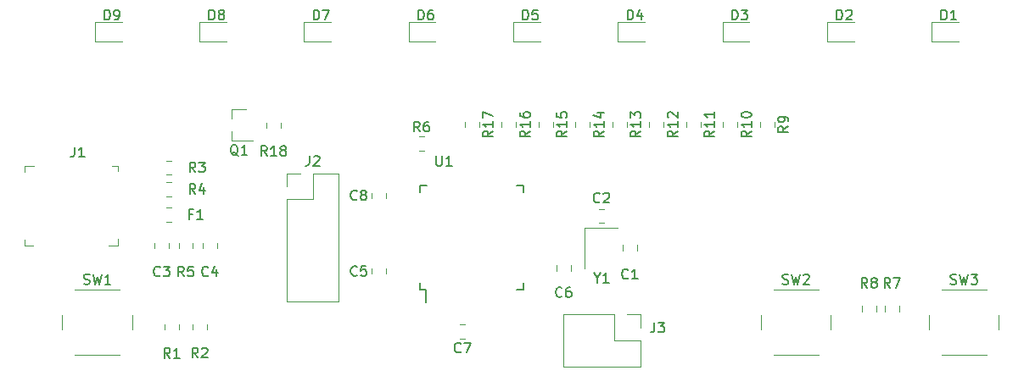
<source format=gbr>
G04 #@! TF.GenerationSoftware,KiCad,Pcbnew,(5.1.2)-2*
G04 #@! TF.CreationDate,2020-08-30T00:43:24-04:00*
G04 #@! TF.ProjectId,Scanner1,5363616e-6e65-4723-912e-6b696361645f,rev?*
G04 #@! TF.SameCoordinates,Original*
G04 #@! TF.FileFunction,Legend,Top*
G04 #@! TF.FilePolarity,Positive*
%FSLAX46Y46*%
G04 Gerber Fmt 4.6, Leading zero omitted, Abs format (unit mm)*
G04 Created by KiCad (PCBNEW (5.1.2)-2) date 2020-08-30 00:43:24*
%MOMM*%
%LPD*%
G04 APERTURE LIST*
%ADD10C,0.150000*%
%ADD11C,0.120000*%
%ADD12C,0.100000*%
G04 APERTURE END LIST*
D10*
X168053000Y-87339000D02*
X168628000Y-87339000D01*
X168053000Y-76989000D02*
X168728000Y-76989000D01*
X178403000Y-76989000D02*
X177728000Y-76989000D01*
X178403000Y-87339000D02*
X177728000Y-87339000D01*
X168053000Y-87339000D02*
X168053000Y-86664000D01*
X178403000Y-87339000D02*
X178403000Y-86664000D01*
X178403000Y-76989000D02*
X178403000Y-77664000D01*
X168053000Y-76989000D02*
X168053000Y-77664000D01*
X168628000Y-87339000D02*
X168628000Y-88614000D01*
D11*
X188266000Y-82926422D02*
X188266000Y-83443578D01*
X189686000Y-82926422D02*
X189686000Y-83443578D01*
X186401578Y-80720000D02*
X185884422Y-80720000D01*
X186401578Y-79300000D02*
X185884422Y-79300000D01*
X141562000Y-82750922D02*
X141562000Y-83268078D01*
X142982000Y-82750922D02*
X142982000Y-83268078D01*
X147776000Y-82750922D02*
X147776000Y-83268078D01*
X146356000Y-82750922D02*
X146356000Y-83268078D01*
X163247000Y-85290922D02*
X163247000Y-85808078D01*
X164667000Y-85290922D02*
X164667000Y-85808078D01*
X183082000Y-85475578D02*
X183082000Y-84958422D01*
X181662000Y-85475578D02*
X181662000Y-84958422D01*
X172549078Y-92277000D02*
X172031922Y-92277000D01*
X172549078Y-90857000D02*
X172031922Y-90857000D01*
X164667000Y-77719422D02*
X164667000Y-78236578D01*
X163247000Y-77719422D02*
X163247000Y-78236578D01*
X219119500Y-62555000D02*
X221804500Y-62555000D01*
X219119500Y-60635000D02*
X219119500Y-62555000D01*
X221804500Y-60635000D02*
X219119500Y-60635000D01*
X211364809Y-60635000D02*
X208679809Y-60635000D01*
X208679809Y-60635000D02*
X208679809Y-62555000D01*
X208679809Y-62555000D02*
X211364809Y-62555000D01*
X198240122Y-62555000D02*
X200925122Y-62555000D01*
X198240122Y-60635000D02*
X198240122Y-62555000D01*
X200925122Y-60635000D02*
X198240122Y-60635000D01*
X190485435Y-60635000D02*
X187800435Y-60635000D01*
X187800435Y-60635000D02*
X187800435Y-62555000D01*
X187800435Y-62555000D02*
X190485435Y-62555000D01*
X177360748Y-62555000D02*
X180045748Y-62555000D01*
X177360748Y-60635000D02*
X177360748Y-62555000D01*
X180045748Y-60635000D02*
X177360748Y-60635000D01*
X169606061Y-60635000D02*
X166921061Y-60635000D01*
X166921061Y-60635000D02*
X166921061Y-62555000D01*
X166921061Y-62555000D02*
X169606061Y-62555000D01*
X159166374Y-60635000D02*
X156481374Y-60635000D01*
X156481374Y-60635000D02*
X156481374Y-62555000D01*
X156481374Y-62555000D02*
X159166374Y-62555000D01*
X148726687Y-60635000D02*
X146041687Y-60635000D01*
X146041687Y-60635000D02*
X146041687Y-62555000D01*
X146041687Y-62555000D02*
X148726687Y-62555000D01*
X135602000Y-62555000D02*
X138287000Y-62555000D01*
X135602000Y-60635000D02*
X135602000Y-62555000D01*
X138287000Y-60635000D02*
X135602000Y-60635000D01*
X143260578Y-80593000D02*
X142743422Y-80593000D01*
X143260578Y-79173000D02*
X142743422Y-79173000D01*
D12*
X137866000Y-82969000D02*
X137841000Y-82969000D01*
X137866000Y-82319000D02*
X137866000Y-82969000D01*
X136991000Y-82969000D02*
X137841000Y-82969000D01*
X129466000Y-82969000D02*
X128616000Y-82969000D01*
X128616000Y-82969000D02*
X128616000Y-82344000D01*
X129541000Y-75019000D02*
X128616000Y-75019000D01*
X128616000Y-75019000D02*
X128616000Y-75644000D01*
X137291000Y-75019000D02*
X137866000Y-75019000D01*
X137866000Y-75019000D02*
X137866000Y-75494000D01*
D11*
X154753000Y-88579000D02*
X159953000Y-88579000D01*
X154753000Y-78359000D02*
X154753000Y-88579000D01*
X159953000Y-75759000D02*
X159953000Y-88579000D01*
X154753000Y-78359000D02*
X157353000Y-78359000D01*
X157353000Y-78359000D02*
X157353000Y-75759000D01*
X157353000Y-75759000D02*
X159953000Y-75759000D01*
X154753000Y-77089000D02*
X154753000Y-75759000D01*
X154753000Y-75759000D02*
X156083000Y-75759000D01*
X182312000Y-89856000D02*
X182312000Y-95056000D01*
X187452000Y-89856000D02*
X182312000Y-89856000D01*
X190052000Y-95056000D02*
X182312000Y-95056000D01*
X187452000Y-89856000D02*
X187452000Y-92456000D01*
X187452000Y-92456000D02*
X190052000Y-92456000D01*
X190052000Y-92456000D02*
X190052000Y-95056000D01*
X188722000Y-89856000D02*
X190052000Y-89856000D01*
X190052000Y-89856000D02*
X190052000Y-91186000D01*
X149227000Y-69356000D02*
X149227000Y-70286000D01*
X149227000Y-72516000D02*
X149227000Y-71586000D01*
X149227000Y-72516000D02*
X151387000Y-72516000D01*
X149227000Y-69356000D02*
X150687000Y-69356000D01*
X142546000Y-90878922D02*
X142546000Y-91396078D01*
X143966000Y-90878922D02*
X143966000Y-91396078D01*
X145340000Y-90878922D02*
X145340000Y-91396078D01*
X146760000Y-90878922D02*
X146760000Y-91396078D01*
X143260578Y-74484000D02*
X142743422Y-74484000D01*
X143260578Y-75904000D02*
X142743422Y-75904000D01*
X143260578Y-78053000D02*
X142743422Y-78053000D01*
X143260578Y-76633000D02*
X142743422Y-76633000D01*
X145379000Y-82750922D02*
X145379000Y-83268078D01*
X143959000Y-82750922D02*
X143959000Y-83268078D01*
X167949422Y-72061000D02*
X168466578Y-72061000D01*
X167949422Y-73481000D02*
X168466578Y-73481000D01*
X215848000Y-89539578D02*
X215848000Y-89022422D01*
X214428000Y-89539578D02*
X214428000Y-89022422D01*
X213562000Y-89539578D02*
X213562000Y-89022422D01*
X212142000Y-89539578D02*
X212142000Y-89022422D01*
X203402000Y-70607422D02*
X203402000Y-71124578D01*
X201982000Y-70607422D02*
X201982000Y-71124578D01*
X199719000Y-70607422D02*
X199719000Y-71124578D01*
X198299000Y-70607422D02*
X198299000Y-71124578D01*
X194616000Y-70607422D02*
X194616000Y-71124578D01*
X196036000Y-70607422D02*
X196036000Y-71124578D01*
X190933000Y-70607422D02*
X190933000Y-71124578D01*
X192353000Y-70607422D02*
X192353000Y-71124578D01*
X187250000Y-70607422D02*
X187250000Y-71124578D01*
X188670000Y-70607422D02*
X188670000Y-71124578D01*
X184987000Y-70607422D02*
X184987000Y-71124578D01*
X183567000Y-70607422D02*
X183567000Y-71124578D01*
X181304000Y-70607422D02*
X181304000Y-71124578D01*
X179884000Y-70607422D02*
X179884000Y-71124578D01*
X176201000Y-70607422D02*
X176201000Y-71124578D01*
X177621000Y-70607422D02*
X177621000Y-71124578D01*
X173938000Y-70607422D02*
X173938000Y-71124578D01*
X172518000Y-70607422D02*
X172518000Y-71124578D01*
X152706000Y-71194578D02*
X152706000Y-70677422D01*
X154126000Y-71194578D02*
X154126000Y-70677422D01*
X133588000Y-93892000D02*
X138088000Y-93892000D01*
X132338000Y-89892000D02*
X132338000Y-91392000D01*
X138088000Y-87392000D02*
X133588000Y-87392000D01*
X139338000Y-91392000D02*
X139338000Y-89892000D01*
X209061000Y-91392000D02*
X209061000Y-89892000D01*
X207811000Y-87392000D02*
X203311000Y-87392000D01*
X202061000Y-89892000D02*
X202061000Y-91392000D01*
X203311000Y-93892000D02*
X207811000Y-93892000D01*
X220075000Y-93892000D02*
X224575000Y-93892000D01*
X218825000Y-89892000D02*
X218825000Y-91392000D01*
X224575000Y-87392000D02*
X220075000Y-87392000D01*
X225825000Y-91392000D02*
X225825000Y-89892000D01*
X187793000Y-81228000D02*
X184493000Y-81228000D01*
X184493000Y-81228000D02*
X184493000Y-85228000D01*
D10*
X169672095Y-74001380D02*
X169672095Y-74810904D01*
X169719714Y-74906142D01*
X169767333Y-74953761D01*
X169862571Y-75001380D01*
X170053047Y-75001380D01*
X170148285Y-74953761D01*
X170195904Y-74906142D01*
X170243523Y-74810904D01*
X170243523Y-74001380D01*
X171243523Y-75001380D02*
X170672095Y-75001380D01*
X170957809Y-75001380D02*
X170957809Y-74001380D01*
X170862571Y-74144238D01*
X170767333Y-74239476D01*
X170672095Y-74287095D01*
X188809333Y-86209142D02*
X188761714Y-86256761D01*
X188618857Y-86304380D01*
X188523619Y-86304380D01*
X188380761Y-86256761D01*
X188285523Y-86161523D01*
X188237904Y-86066285D01*
X188190285Y-85875809D01*
X188190285Y-85732952D01*
X188237904Y-85542476D01*
X188285523Y-85447238D01*
X188380761Y-85352000D01*
X188523619Y-85304380D01*
X188618857Y-85304380D01*
X188761714Y-85352000D01*
X188809333Y-85399619D01*
X189761714Y-86304380D02*
X189190285Y-86304380D01*
X189476000Y-86304380D02*
X189476000Y-85304380D01*
X189380761Y-85447238D01*
X189285523Y-85542476D01*
X189190285Y-85590095D01*
X185976333Y-78589142D02*
X185928714Y-78636761D01*
X185785857Y-78684380D01*
X185690619Y-78684380D01*
X185547761Y-78636761D01*
X185452523Y-78541523D01*
X185404904Y-78446285D01*
X185357285Y-78255809D01*
X185357285Y-78112952D01*
X185404904Y-77922476D01*
X185452523Y-77827238D01*
X185547761Y-77732000D01*
X185690619Y-77684380D01*
X185785857Y-77684380D01*
X185928714Y-77732000D01*
X185976333Y-77779619D01*
X186357285Y-77779619D02*
X186404904Y-77732000D01*
X186500142Y-77684380D01*
X186738238Y-77684380D01*
X186833476Y-77732000D01*
X186881095Y-77779619D01*
X186928714Y-77874857D01*
X186928714Y-77970095D01*
X186881095Y-78112952D01*
X186309666Y-78684380D01*
X186928714Y-78684380D01*
X142105333Y-85955142D02*
X142057714Y-86002761D01*
X141914857Y-86050380D01*
X141819619Y-86050380D01*
X141676761Y-86002761D01*
X141581523Y-85907523D01*
X141533904Y-85812285D01*
X141486285Y-85621809D01*
X141486285Y-85478952D01*
X141533904Y-85288476D01*
X141581523Y-85193238D01*
X141676761Y-85098000D01*
X141819619Y-85050380D01*
X141914857Y-85050380D01*
X142057714Y-85098000D01*
X142105333Y-85145619D01*
X142438666Y-85050380D02*
X143057714Y-85050380D01*
X142724380Y-85431333D01*
X142867238Y-85431333D01*
X142962476Y-85478952D01*
X143010095Y-85526571D01*
X143057714Y-85621809D01*
X143057714Y-85859904D01*
X143010095Y-85955142D01*
X142962476Y-86002761D01*
X142867238Y-86050380D01*
X142581523Y-86050380D01*
X142486285Y-86002761D01*
X142438666Y-85955142D01*
X146899333Y-85955142D02*
X146851714Y-86002761D01*
X146708857Y-86050380D01*
X146613619Y-86050380D01*
X146470761Y-86002761D01*
X146375523Y-85907523D01*
X146327904Y-85812285D01*
X146280285Y-85621809D01*
X146280285Y-85478952D01*
X146327904Y-85288476D01*
X146375523Y-85193238D01*
X146470761Y-85098000D01*
X146613619Y-85050380D01*
X146708857Y-85050380D01*
X146851714Y-85098000D01*
X146899333Y-85145619D01*
X147756476Y-85383714D02*
X147756476Y-86050380D01*
X147518380Y-85002761D02*
X147280285Y-85717047D01*
X147899333Y-85717047D01*
X161758333Y-85906642D02*
X161710714Y-85954261D01*
X161567857Y-86001880D01*
X161472619Y-86001880D01*
X161329761Y-85954261D01*
X161234523Y-85859023D01*
X161186904Y-85763785D01*
X161139285Y-85573309D01*
X161139285Y-85430452D01*
X161186904Y-85239976D01*
X161234523Y-85144738D01*
X161329761Y-85049500D01*
X161472619Y-85001880D01*
X161567857Y-85001880D01*
X161710714Y-85049500D01*
X161758333Y-85097119D01*
X162663095Y-85001880D02*
X162186904Y-85001880D01*
X162139285Y-85478071D01*
X162186904Y-85430452D01*
X162282142Y-85382833D01*
X162520238Y-85382833D01*
X162615476Y-85430452D01*
X162663095Y-85478071D01*
X162710714Y-85573309D01*
X162710714Y-85811404D01*
X162663095Y-85906642D01*
X162615476Y-85954261D01*
X162520238Y-86001880D01*
X162282142Y-86001880D01*
X162186904Y-85954261D01*
X162139285Y-85906642D01*
X182205333Y-88035642D02*
X182157714Y-88083261D01*
X182014857Y-88130880D01*
X181919619Y-88130880D01*
X181776761Y-88083261D01*
X181681523Y-87988023D01*
X181633904Y-87892785D01*
X181586285Y-87702309D01*
X181586285Y-87559452D01*
X181633904Y-87368976D01*
X181681523Y-87273738D01*
X181776761Y-87178500D01*
X181919619Y-87130880D01*
X182014857Y-87130880D01*
X182157714Y-87178500D01*
X182205333Y-87226119D01*
X183062476Y-87130880D02*
X182872000Y-87130880D01*
X182776761Y-87178500D01*
X182729142Y-87226119D01*
X182633904Y-87368976D01*
X182586285Y-87559452D01*
X182586285Y-87940404D01*
X182633904Y-88035642D01*
X182681523Y-88083261D01*
X182776761Y-88130880D01*
X182967238Y-88130880D01*
X183062476Y-88083261D01*
X183110095Y-88035642D01*
X183157714Y-87940404D01*
X183157714Y-87702309D01*
X183110095Y-87607071D01*
X183062476Y-87559452D01*
X182967238Y-87511833D01*
X182776761Y-87511833D01*
X182681523Y-87559452D01*
X182633904Y-87607071D01*
X182586285Y-87702309D01*
X172123833Y-93574142D02*
X172076214Y-93621761D01*
X171933357Y-93669380D01*
X171838119Y-93669380D01*
X171695261Y-93621761D01*
X171600023Y-93526523D01*
X171552404Y-93431285D01*
X171504785Y-93240809D01*
X171504785Y-93097952D01*
X171552404Y-92907476D01*
X171600023Y-92812238D01*
X171695261Y-92717000D01*
X171838119Y-92669380D01*
X171933357Y-92669380D01*
X172076214Y-92717000D01*
X172123833Y-92764619D01*
X172457166Y-92669380D02*
X173123833Y-92669380D01*
X172695261Y-93669380D01*
X161758333Y-78335142D02*
X161710714Y-78382761D01*
X161567857Y-78430380D01*
X161472619Y-78430380D01*
X161329761Y-78382761D01*
X161234523Y-78287523D01*
X161186904Y-78192285D01*
X161139285Y-78001809D01*
X161139285Y-77858952D01*
X161186904Y-77668476D01*
X161234523Y-77573238D01*
X161329761Y-77478000D01*
X161472619Y-77430380D01*
X161567857Y-77430380D01*
X161710714Y-77478000D01*
X161758333Y-77525619D01*
X162329761Y-77858952D02*
X162234523Y-77811333D01*
X162186904Y-77763714D01*
X162139285Y-77668476D01*
X162139285Y-77620857D01*
X162186904Y-77525619D01*
X162234523Y-77478000D01*
X162329761Y-77430380D01*
X162520238Y-77430380D01*
X162615476Y-77478000D01*
X162663095Y-77525619D01*
X162710714Y-77620857D01*
X162710714Y-77668476D01*
X162663095Y-77763714D01*
X162615476Y-77811333D01*
X162520238Y-77858952D01*
X162329761Y-77858952D01*
X162234523Y-77906571D01*
X162186904Y-77954190D01*
X162139285Y-78049428D01*
X162139285Y-78239904D01*
X162186904Y-78335142D01*
X162234523Y-78382761D01*
X162329761Y-78430380D01*
X162520238Y-78430380D01*
X162615476Y-78382761D01*
X162663095Y-78335142D01*
X162710714Y-78239904D01*
X162710714Y-78049428D01*
X162663095Y-77954190D01*
X162615476Y-77906571D01*
X162520238Y-77858952D01*
X220066404Y-60397380D02*
X220066404Y-59397380D01*
X220304500Y-59397380D01*
X220447357Y-59445000D01*
X220542595Y-59540238D01*
X220590214Y-59635476D01*
X220637833Y-59825952D01*
X220637833Y-59968809D01*
X220590214Y-60159285D01*
X220542595Y-60254523D01*
X220447357Y-60349761D01*
X220304500Y-60397380D01*
X220066404Y-60397380D01*
X221590214Y-60397380D02*
X221018785Y-60397380D01*
X221304500Y-60397380D02*
X221304500Y-59397380D01*
X221209261Y-59540238D01*
X221114023Y-59635476D01*
X221018785Y-59683095D01*
X209626713Y-60397380D02*
X209626713Y-59397380D01*
X209864809Y-59397380D01*
X210007666Y-59445000D01*
X210102904Y-59540238D01*
X210150523Y-59635476D01*
X210198142Y-59825952D01*
X210198142Y-59968809D01*
X210150523Y-60159285D01*
X210102904Y-60254523D01*
X210007666Y-60349761D01*
X209864809Y-60397380D01*
X209626713Y-60397380D01*
X210579094Y-59492619D02*
X210626713Y-59445000D01*
X210721951Y-59397380D01*
X210960047Y-59397380D01*
X211055285Y-59445000D01*
X211102904Y-59492619D01*
X211150523Y-59587857D01*
X211150523Y-59683095D01*
X211102904Y-59825952D01*
X210531475Y-60397380D01*
X211150523Y-60397380D01*
X199187026Y-60397380D02*
X199187026Y-59397380D01*
X199425122Y-59397380D01*
X199567979Y-59445000D01*
X199663217Y-59540238D01*
X199710836Y-59635476D01*
X199758455Y-59825952D01*
X199758455Y-59968809D01*
X199710836Y-60159285D01*
X199663217Y-60254523D01*
X199567979Y-60349761D01*
X199425122Y-60397380D01*
X199187026Y-60397380D01*
X200091788Y-59397380D02*
X200710836Y-59397380D01*
X200377502Y-59778333D01*
X200520360Y-59778333D01*
X200615598Y-59825952D01*
X200663217Y-59873571D01*
X200710836Y-59968809D01*
X200710836Y-60206904D01*
X200663217Y-60302142D01*
X200615598Y-60349761D01*
X200520360Y-60397380D01*
X200234645Y-60397380D01*
X200139407Y-60349761D01*
X200091788Y-60302142D01*
X188747339Y-60397380D02*
X188747339Y-59397380D01*
X188985435Y-59397380D01*
X189128292Y-59445000D01*
X189223530Y-59540238D01*
X189271149Y-59635476D01*
X189318768Y-59825952D01*
X189318768Y-59968809D01*
X189271149Y-60159285D01*
X189223530Y-60254523D01*
X189128292Y-60349761D01*
X188985435Y-60397380D01*
X188747339Y-60397380D01*
X190175911Y-59730714D02*
X190175911Y-60397380D01*
X189937815Y-59349761D02*
X189699720Y-60064047D01*
X190318768Y-60064047D01*
X178307652Y-60397380D02*
X178307652Y-59397380D01*
X178545748Y-59397380D01*
X178688605Y-59445000D01*
X178783843Y-59540238D01*
X178831462Y-59635476D01*
X178879081Y-59825952D01*
X178879081Y-59968809D01*
X178831462Y-60159285D01*
X178783843Y-60254523D01*
X178688605Y-60349761D01*
X178545748Y-60397380D01*
X178307652Y-60397380D01*
X179783843Y-59397380D02*
X179307652Y-59397380D01*
X179260033Y-59873571D01*
X179307652Y-59825952D01*
X179402890Y-59778333D01*
X179640986Y-59778333D01*
X179736224Y-59825952D01*
X179783843Y-59873571D01*
X179831462Y-59968809D01*
X179831462Y-60206904D01*
X179783843Y-60302142D01*
X179736224Y-60349761D01*
X179640986Y-60397380D01*
X179402890Y-60397380D01*
X179307652Y-60349761D01*
X179260033Y-60302142D01*
X167867965Y-60397380D02*
X167867965Y-59397380D01*
X168106061Y-59397380D01*
X168248918Y-59445000D01*
X168344156Y-59540238D01*
X168391775Y-59635476D01*
X168439394Y-59825952D01*
X168439394Y-59968809D01*
X168391775Y-60159285D01*
X168344156Y-60254523D01*
X168248918Y-60349761D01*
X168106061Y-60397380D01*
X167867965Y-60397380D01*
X169296537Y-59397380D02*
X169106061Y-59397380D01*
X169010822Y-59445000D01*
X168963203Y-59492619D01*
X168867965Y-59635476D01*
X168820346Y-59825952D01*
X168820346Y-60206904D01*
X168867965Y-60302142D01*
X168915584Y-60349761D01*
X169010822Y-60397380D01*
X169201299Y-60397380D01*
X169296537Y-60349761D01*
X169344156Y-60302142D01*
X169391775Y-60206904D01*
X169391775Y-59968809D01*
X169344156Y-59873571D01*
X169296537Y-59825952D01*
X169201299Y-59778333D01*
X169010822Y-59778333D01*
X168915584Y-59825952D01*
X168867965Y-59873571D01*
X168820346Y-59968809D01*
X157428278Y-60397380D02*
X157428278Y-59397380D01*
X157666374Y-59397380D01*
X157809231Y-59445000D01*
X157904469Y-59540238D01*
X157952088Y-59635476D01*
X157999707Y-59825952D01*
X157999707Y-59968809D01*
X157952088Y-60159285D01*
X157904469Y-60254523D01*
X157809231Y-60349761D01*
X157666374Y-60397380D01*
X157428278Y-60397380D01*
X158333040Y-59397380D02*
X158999707Y-59397380D01*
X158571135Y-60397380D01*
X146988591Y-60397380D02*
X146988591Y-59397380D01*
X147226687Y-59397380D01*
X147369544Y-59445000D01*
X147464782Y-59540238D01*
X147512401Y-59635476D01*
X147560020Y-59825952D01*
X147560020Y-59968809D01*
X147512401Y-60159285D01*
X147464782Y-60254523D01*
X147369544Y-60349761D01*
X147226687Y-60397380D01*
X146988591Y-60397380D01*
X148131448Y-59825952D02*
X148036210Y-59778333D01*
X147988591Y-59730714D01*
X147940972Y-59635476D01*
X147940972Y-59587857D01*
X147988591Y-59492619D01*
X148036210Y-59445000D01*
X148131448Y-59397380D01*
X148321925Y-59397380D01*
X148417163Y-59445000D01*
X148464782Y-59492619D01*
X148512401Y-59587857D01*
X148512401Y-59635476D01*
X148464782Y-59730714D01*
X148417163Y-59778333D01*
X148321925Y-59825952D01*
X148131448Y-59825952D01*
X148036210Y-59873571D01*
X147988591Y-59921190D01*
X147940972Y-60016428D01*
X147940972Y-60206904D01*
X147988591Y-60302142D01*
X148036210Y-60349761D01*
X148131448Y-60397380D01*
X148321925Y-60397380D01*
X148417163Y-60349761D01*
X148464782Y-60302142D01*
X148512401Y-60206904D01*
X148512401Y-60016428D01*
X148464782Y-59921190D01*
X148417163Y-59873571D01*
X148321925Y-59825952D01*
X136548904Y-60397380D02*
X136548904Y-59397380D01*
X136787000Y-59397380D01*
X136929857Y-59445000D01*
X137025095Y-59540238D01*
X137072714Y-59635476D01*
X137120333Y-59825952D01*
X137120333Y-59968809D01*
X137072714Y-60159285D01*
X137025095Y-60254523D01*
X136929857Y-60349761D01*
X136787000Y-60397380D01*
X136548904Y-60397380D01*
X137596523Y-60397380D02*
X137787000Y-60397380D01*
X137882238Y-60349761D01*
X137929857Y-60302142D01*
X138025095Y-60159285D01*
X138072714Y-59968809D01*
X138072714Y-59587857D01*
X138025095Y-59492619D01*
X137977476Y-59445000D01*
X137882238Y-59397380D01*
X137691761Y-59397380D01*
X137596523Y-59445000D01*
X137548904Y-59492619D01*
X137501285Y-59587857D01*
X137501285Y-59825952D01*
X137548904Y-59921190D01*
X137596523Y-59968809D01*
X137691761Y-60016428D01*
X137882238Y-60016428D01*
X137977476Y-59968809D01*
X138025095Y-59921190D01*
X138072714Y-59825952D01*
X145335666Y-79811571D02*
X145002333Y-79811571D01*
X145002333Y-80335380D02*
X145002333Y-79335380D01*
X145478523Y-79335380D01*
X146383285Y-80335380D02*
X145811857Y-80335380D01*
X146097571Y-80335380D02*
X146097571Y-79335380D01*
X146002333Y-79478238D01*
X145907095Y-79573476D01*
X145811857Y-79621095D01*
X133557666Y-73121380D02*
X133557666Y-73835666D01*
X133510047Y-73978523D01*
X133414809Y-74073761D01*
X133271952Y-74121380D01*
X133176714Y-74121380D01*
X134557666Y-74121380D02*
X133986238Y-74121380D01*
X134271952Y-74121380D02*
X134271952Y-73121380D01*
X134176714Y-73264238D01*
X134081476Y-73359476D01*
X133986238Y-73407095D01*
X157019666Y-74001380D02*
X157019666Y-74715666D01*
X156972047Y-74858523D01*
X156876809Y-74953761D01*
X156733952Y-75001380D01*
X156638714Y-75001380D01*
X157448238Y-74096619D02*
X157495857Y-74049000D01*
X157591095Y-74001380D01*
X157829190Y-74001380D01*
X157924428Y-74049000D01*
X157972047Y-74096619D01*
X158019666Y-74191857D01*
X158019666Y-74287095D01*
X157972047Y-74429952D01*
X157400619Y-75001380D01*
X158019666Y-75001380D01*
X191436666Y-90638380D02*
X191436666Y-91352666D01*
X191389047Y-91495523D01*
X191293809Y-91590761D01*
X191150952Y-91638380D01*
X191055714Y-91638380D01*
X191817619Y-90638380D02*
X192436666Y-90638380D01*
X192103333Y-91019333D01*
X192246190Y-91019333D01*
X192341428Y-91066952D01*
X192389047Y-91114571D01*
X192436666Y-91209809D01*
X192436666Y-91447904D01*
X192389047Y-91543142D01*
X192341428Y-91590761D01*
X192246190Y-91638380D01*
X191960476Y-91638380D01*
X191865238Y-91590761D01*
X191817619Y-91543142D01*
X149891761Y-73983619D02*
X149796523Y-73936000D01*
X149701285Y-73840761D01*
X149558428Y-73697904D01*
X149463190Y-73650285D01*
X149367952Y-73650285D01*
X149415571Y-73888380D02*
X149320333Y-73840761D01*
X149225095Y-73745523D01*
X149177476Y-73555047D01*
X149177476Y-73221714D01*
X149225095Y-73031238D01*
X149320333Y-72936000D01*
X149415571Y-72888380D01*
X149606047Y-72888380D01*
X149701285Y-72936000D01*
X149796523Y-73031238D01*
X149844142Y-73221714D01*
X149844142Y-73555047D01*
X149796523Y-73745523D01*
X149701285Y-73840761D01*
X149606047Y-73888380D01*
X149415571Y-73888380D01*
X150796523Y-73888380D02*
X150225095Y-73888380D01*
X150510809Y-73888380D02*
X150510809Y-72888380D01*
X150415571Y-73031238D01*
X150320333Y-73126476D01*
X150225095Y-73174095D01*
X143089333Y-94208380D02*
X142756000Y-93732190D01*
X142517904Y-94208380D02*
X142517904Y-93208380D01*
X142898857Y-93208380D01*
X142994095Y-93256000D01*
X143041714Y-93303619D01*
X143089333Y-93398857D01*
X143089333Y-93541714D01*
X143041714Y-93636952D01*
X142994095Y-93684571D01*
X142898857Y-93732190D01*
X142517904Y-93732190D01*
X144041714Y-94208380D02*
X143470285Y-94208380D01*
X143756000Y-94208380D02*
X143756000Y-93208380D01*
X143660761Y-93351238D01*
X143565523Y-93446476D01*
X143470285Y-93494095D01*
X145883333Y-94178380D02*
X145550000Y-93702190D01*
X145311904Y-94178380D02*
X145311904Y-93178380D01*
X145692857Y-93178380D01*
X145788095Y-93226000D01*
X145835714Y-93273619D01*
X145883333Y-93368857D01*
X145883333Y-93511714D01*
X145835714Y-93606952D01*
X145788095Y-93654571D01*
X145692857Y-93702190D01*
X145311904Y-93702190D01*
X146264285Y-93273619D02*
X146311904Y-93226000D01*
X146407142Y-93178380D01*
X146645238Y-93178380D01*
X146740476Y-93226000D01*
X146788095Y-93273619D01*
X146835714Y-93368857D01*
X146835714Y-93464095D01*
X146788095Y-93606952D01*
X146216666Y-94178380D01*
X146835714Y-94178380D01*
X145629333Y-75646380D02*
X145296000Y-75170190D01*
X145057904Y-75646380D02*
X145057904Y-74646380D01*
X145438857Y-74646380D01*
X145534095Y-74694000D01*
X145581714Y-74741619D01*
X145629333Y-74836857D01*
X145629333Y-74979714D01*
X145581714Y-75074952D01*
X145534095Y-75122571D01*
X145438857Y-75170190D01*
X145057904Y-75170190D01*
X145962666Y-74646380D02*
X146581714Y-74646380D01*
X146248380Y-75027333D01*
X146391238Y-75027333D01*
X146486476Y-75074952D01*
X146534095Y-75122571D01*
X146581714Y-75217809D01*
X146581714Y-75455904D01*
X146534095Y-75551142D01*
X146486476Y-75598761D01*
X146391238Y-75646380D01*
X146105523Y-75646380D01*
X146010285Y-75598761D01*
X145962666Y-75551142D01*
X145629333Y-77795380D02*
X145296000Y-77319190D01*
X145057904Y-77795380D02*
X145057904Y-76795380D01*
X145438857Y-76795380D01*
X145534095Y-76843000D01*
X145581714Y-76890619D01*
X145629333Y-76985857D01*
X145629333Y-77128714D01*
X145581714Y-77223952D01*
X145534095Y-77271571D01*
X145438857Y-77319190D01*
X145057904Y-77319190D01*
X146486476Y-77128714D02*
X146486476Y-77795380D01*
X146248380Y-76747761D02*
X146010285Y-77462047D01*
X146629333Y-77462047D01*
X144502333Y-86050380D02*
X144169000Y-85574190D01*
X143930904Y-86050380D02*
X143930904Y-85050380D01*
X144311857Y-85050380D01*
X144407095Y-85098000D01*
X144454714Y-85145619D01*
X144502333Y-85240857D01*
X144502333Y-85383714D01*
X144454714Y-85478952D01*
X144407095Y-85526571D01*
X144311857Y-85574190D01*
X143930904Y-85574190D01*
X145407095Y-85050380D02*
X144930904Y-85050380D01*
X144883285Y-85526571D01*
X144930904Y-85478952D01*
X145026142Y-85431333D01*
X145264238Y-85431333D01*
X145359476Y-85478952D01*
X145407095Y-85526571D01*
X145454714Y-85621809D01*
X145454714Y-85859904D01*
X145407095Y-85955142D01*
X145359476Y-86002761D01*
X145264238Y-86050380D01*
X145026142Y-86050380D01*
X144930904Y-86002761D01*
X144883285Y-85955142D01*
X168041333Y-71573380D02*
X167708000Y-71097190D01*
X167469904Y-71573380D02*
X167469904Y-70573380D01*
X167850857Y-70573380D01*
X167946095Y-70621000D01*
X167993714Y-70668619D01*
X168041333Y-70763857D01*
X168041333Y-70906714D01*
X167993714Y-71001952D01*
X167946095Y-71049571D01*
X167850857Y-71097190D01*
X167469904Y-71097190D01*
X168898476Y-70573380D02*
X168708000Y-70573380D01*
X168612761Y-70621000D01*
X168565142Y-70668619D01*
X168469904Y-70811476D01*
X168422285Y-71001952D01*
X168422285Y-71382904D01*
X168469904Y-71478142D01*
X168517523Y-71525761D01*
X168612761Y-71573380D01*
X168803238Y-71573380D01*
X168898476Y-71525761D01*
X168946095Y-71478142D01*
X168993714Y-71382904D01*
X168993714Y-71144809D01*
X168946095Y-71049571D01*
X168898476Y-71001952D01*
X168803238Y-70954333D01*
X168612761Y-70954333D01*
X168517523Y-71001952D01*
X168469904Y-71049571D01*
X168422285Y-71144809D01*
X214971333Y-87193380D02*
X214638000Y-86717190D01*
X214399904Y-87193380D02*
X214399904Y-86193380D01*
X214780857Y-86193380D01*
X214876095Y-86241000D01*
X214923714Y-86288619D01*
X214971333Y-86383857D01*
X214971333Y-86526714D01*
X214923714Y-86621952D01*
X214876095Y-86669571D01*
X214780857Y-86717190D01*
X214399904Y-86717190D01*
X215304666Y-86193380D02*
X215971333Y-86193380D01*
X215542761Y-87193380D01*
X212685333Y-87193380D02*
X212352000Y-86717190D01*
X212113904Y-87193380D02*
X212113904Y-86193380D01*
X212494857Y-86193380D01*
X212590095Y-86241000D01*
X212637714Y-86288619D01*
X212685333Y-86383857D01*
X212685333Y-86526714D01*
X212637714Y-86621952D01*
X212590095Y-86669571D01*
X212494857Y-86717190D01*
X212113904Y-86717190D01*
X213256761Y-86621952D02*
X213161523Y-86574333D01*
X213113904Y-86526714D01*
X213066285Y-86431476D01*
X213066285Y-86383857D01*
X213113904Y-86288619D01*
X213161523Y-86241000D01*
X213256761Y-86193380D01*
X213447238Y-86193380D01*
X213542476Y-86241000D01*
X213590095Y-86288619D01*
X213637714Y-86383857D01*
X213637714Y-86431476D01*
X213590095Y-86526714D01*
X213542476Y-86574333D01*
X213447238Y-86621952D01*
X213256761Y-86621952D01*
X213161523Y-86669571D01*
X213113904Y-86717190D01*
X213066285Y-86812428D01*
X213066285Y-87002904D01*
X213113904Y-87098142D01*
X213161523Y-87145761D01*
X213256761Y-87193380D01*
X213447238Y-87193380D01*
X213542476Y-87145761D01*
X213590095Y-87098142D01*
X213637714Y-87002904D01*
X213637714Y-86812428D01*
X213590095Y-86717190D01*
X213542476Y-86669571D01*
X213447238Y-86621952D01*
X204794380Y-71032666D02*
X204318190Y-71366000D01*
X204794380Y-71604095D02*
X203794380Y-71604095D01*
X203794380Y-71223142D01*
X203842000Y-71127904D01*
X203889619Y-71080285D01*
X203984857Y-71032666D01*
X204127714Y-71032666D01*
X204222952Y-71080285D01*
X204270571Y-71127904D01*
X204318190Y-71223142D01*
X204318190Y-71604095D01*
X204794380Y-70556476D02*
X204794380Y-70366000D01*
X204746761Y-70270761D01*
X204699142Y-70223142D01*
X204556285Y-70127904D01*
X204365809Y-70080285D01*
X203984857Y-70080285D01*
X203889619Y-70127904D01*
X203842000Y-70175523D01*
X203794380Y-70270761D01*
X203794380Y-70461238D01*
X203842000Y-70556476D01*
X203889619Y-70604095D01*
X203984857Y-70651714D01*
X204222952Y-70651714D01*
X204318190Y-70604095D01*
X204365809Y-70556476D01*
X204413428Y-70461238D01*
X204413428Y-70270761D01*
X204365809Y-70175523D01*
X204318190Y-70127904D01*
X204222952Y-70080285D01*
X201111380Y-71508857D02*
X200635190Y-71842190D01*
X201111380Y-72080285D02*
X200111380Y-72080285D01*
X200111380Y-71699333D01*
X200159000Y-71604095D01*
X200206619Y-71556476D01*
X200301857Y-71508857D01*
X200444714Y-71508857D01*
X200539952Y-71556476D01*
X200587571Y-71604095D01*
X200635190Y-71699333D01*
X200635190Y-72080285D01*
X201111380Y-70556476D02*
X201111380Y-71127904D01*
X201111380Y-70842190D02*
X200111380Y-70842190D01*
X200254238Y-70937428D01*
X200349476Y-71032666D01*
X200397095Y-71127904D01*
X200111380Y-69937428D02*
X200111380Y-69842190D01*
X200159000Y-69746952D01*
X200206619Y-69699333D01*
X200301857Y-69651714D01*
X200492333Y-69604095D01*
X200730428Y-69604095D01*
X200920904Y-69651714D01*
X201016142Y-69699333D01*
X201063761Y-69746952D01*
X201111380Y-69842190D01*
X201111380Y-69937428D01*
X201063761Y-70032666D01*
X201016142Y-70080285D01*
X200920904Y-70127904D01*
X200730428Y-70175523D01*
X200492333Y-70175523D01*
X200301857Y-70127904D01*
X200206619Y-70080285D01*
X200159000Y-70032666D01*
X200111380Y-69937428D01*
X197428380Y-71508857D02*
X196952190Y-71842190D01*
X197428380Y-72080285D02*
X196428380Y-72080285D01*
X196428380Y-71699333D01*
X196476000Y-71604095D01*
X196523619Y-71556476D01*
X196618857Y-71508857D01*
X196761714Y-71508857D01*
X196856952Y-71556476D01*
X196904571Y-71604095D01*
X196952190Y-71699333D01*
X196952190Y-72080285D01*
X197428380Y-70556476D02*
X197428380Y-71127904D01*
X197428380Y-70842190D02*
X196428380Y-70842190D01*
X196571238Y-70937428D01*
X196666476Y-71032666D01*
X196714095Y-71127904D01*
X197428380Y-69604095D02*
X197428380Y-70175523D01*
X197428380Y-69889809D02*
X196428380Y-69889809D01*
X196571238Y-69985047D01*
X196666476Y-70080285D01*
X196714095Y-70175523D01*
X193745380Y-71508857D02*
X193269190Y-71842190D01*
X193745380Y-72080285D02*
X192745380Y-72080285D01*
X192745380Y-71699333D01*
X192793000Y-71604095D01*
X192840619Y-71556476D01*
X192935857Y-71508857D01*
X193078714Y-71508857D01*
X193173952Y-71556476D01*
X193221571Y-71604095D01*
X193269190Y-71699333D01*
X193269190Y-72080285D01*
X193745380Y-70556476D02*
X193745380Y-71127904D01*
X193745380Y-70842190D02*
X192745380Y-70842190D01*
X192888238Y-70937428D01*
X192983476Y-71032666D01*
X193031095Y-71127904D01*
X192840619Y-70175523D02*
X192793000Y-70127904D01*
X192745380Y-70032666D01*
X192745380Y-69794571D01*
X192793000Y-69699333D01*
X192840619Y-69651714D01*
X192935857Y-69604095D01*
X193031095Y-69604095D01*
X193173952Y-69651714D01*
X193745380Y-70223142D01*
X193745380Y-69604095D01*
X190062380Y-71508857D02*
X189586190Y-71842190D01*
X190062380Y-72080285D02*
X189062380Y-72080285D01*
X189062380Y-71699333D01*
X189110000Y-71604095D01*
X189157619Y-71556476D01*
X189252857Y-71508857D01*
X189395714Y-71508857D01*
X189490952Y-71556476D01*
X189538571Y-71604095D01*
X189586190Y-71699333D01*
X189586190Y-72080285D01*
X190062380Y-70556476D02*
X190062380Y-71127904D01*
X190062380Y-70842190D02*
X189062380Y-70842190D01*
X189205238Y-70937428D01*
X189300476Y-71032666D01*
X189348095Y-71127904D01*
X189062380Y-70223142D02*
X189062380Y-69604095D01*
X189443333Y-69937428D01*
X189443333Y-69794571D01*
X189490952Y-69699333D01*
X189538571Y-69651714D01*
X189633809Y-69604095D01*
X189871904Y-69604095D01*
X189967142Y-69651714D01*
X190014761Y-69699333D01*
X190062380Y-69794571D01*
X190062380Y-70080285D01*
X190014761Y-70175523D01*
X189967142Y-70223142D01*
X186379380Y-71508857D02*
X185903190Y-71842190D01*
X186379380Y-72080285D02*
X185379380Y-72080285D01*
X185379380Y-71699333D01*
X185427000Y-71604095D01*
X185474619Y-71556476D01*
X185569857Y-71508857D01*
X185712714Y-71508857D01*
X185807952Y-71556476D01*
X185855571Y-71604095D01*
X185903190Y-71699333D01*
X185903190Y-72080285D01*
X186379380Y-70556476D02*
X186379380Y-71127904D01*
X186379380Y-70842190D02*
X185379380Y-70842190D01*
X185522238Y-70937428D01*
X185617476Y-71032666D01*
X185665095Y-71127904D01*
X185712714Y-69699333D02*
X186379380Y-69699333D01*
X185331761Y-69937428D02*
X186046047Y-70175523D01*
X186046047Y-69556476D01*
X182696380Y-71508857D02*
X182220190Y-71842190D01*
X182696380Y-72080285D02*
X181696380Y-72080285D01*
X181696380Y-71699333D01*
X181744000Y-71604095D01*
X181791619Y-71556476D01*
X181886857Y-71508857D01*
X182029714Y-71508857D01*
X182124952Y-71556476D01*
X182172571Y-71604095D01*
X182220190Y-71699333D01*
X182220190Y-72080285D01*
X182696380Y-70556476D02*
X182696380Y-71127904D01*
X182696380Y-70842190D02*
X181696380Y-70842190D01*
X181839238Y-70937428D01*
X181934476Y-71032666D01*
X181982095Y-71127904D01*
X181696380Y-69651714D02*
X181696380Y-70127904D01*
X182172571Y-70175523D01*
X182124952Y-70127904D01*
X182077333Y-70032666D01*
X182077333Y-69794571D01*
X182124952Y-69699333D01*
X182172571Y-69651714D01*
X182267809Y-69604095D01*
X182505904Y-69604095D01*
X182601142Y-69651714D01*
X182648761Y-69699333D01*
X182696380Y-69794571D01*
X182696380Y-70032666D01*
X182648761Y-70127904D01*
X182601142Y-70175523D01*
X179013380Y-71508857D02*
X178537190Y-71842190D01*
X179013380Y-72080285D02*
X178013380Y-72080285D01*
X178013380Y-71699333D01*
X178061000Y-71604095D01*
X178108619Y-71556476D01*
X178203857Y-71508857D01*
X178346714Y-71508857D01*
X178441952Y-71556476D01*
X178489571Y-71604095D01*
X178537190Y-71699333D01*
X178537190Y-72080285D01*
X179013380Y-70556476D02*
X179013380Y-71127904D01*
X179013380Y-70842190D02*
X178013380Y-70842190D01*
X178156238Y-70937428D01*
X178251476Y-71032666D01*
X178299095Y-71127904D01*
X178013380Y-69699333D02*
X178013380Y-69889809D01*
X178061000Y-69985047D01*
X178108619Y-70032666D01*
X178251476Y-70127904D01*
X178441952Y-70175523D01*
X178822904Y-70175523D01*
X178918142Y-70127904D01*
X178965761Y-70080285D01*
X179013380Y-69985047D01*
X179013380Y-69794571D01*
X178965761Y-69699333D01*
X178918142Y-69651714D01*
X178822904Y-69604095D01*
X178584809Y-69604095D01*
X178489571Y-69651714D01*
X178441952Y-69699333D01*
X178394333Y-69794571D01*
X178394333Y-69985047D01*
X178441952Y-70080285D01*
X178489571Y-70127904D01*
X178584809Y-70175523D01*
X175330380Y-71508857D02*
X174854190Y-71842190D01*
X175330380Y-72080285D02*
X174330380Y-72080285D01*
X174330380Y-71699333D01*
X174378000Y-71604095D01*
X174425619Y-71556476D01*
X174520857Y-71508857D01*
X174663714Y-71508857D01*
X174758952Y-71556476D01*
X174806571Y-71604095D01*
X174854190Y-71699333D01*
X174854190Y-72080285D01*
X175330380Y-70556476D02*
X175330380Y-71127904D01*
X175330380Y-70842190D02*
X174330380Y-70842190D01*
X174473238Y-70937428D01*
X174568476Y-71032666D01*
X174616095Y-71127904D01*
X174330380Y-70223142D02*
X174330380Y-69556476D01*
X175330380Y-69985047D01*
X152773142Y-74006880D02*
X152439809Y-73530690D01*
X152201714Y-74006880D02*
X152201714Y-73006880D01*
X152582666Y-73006880D01*
X152677904Y-73054500D01*
X152725523Y-73102119D01*
X152773142Y-73197357D01*
X152773142Y-73340214D01*
X152725523Y-73435452D01*
X152677904Y-73483071D01*
X152582666Y-73530690D01*
X152201714Y-73530690D01*
X153725523Y-74006880D02*
X153154095Y-74006880D01*
X153439809Y-74006880D02*
X153439809Y-73006880D01*
X153344571Y-73149738D01*
X153249333Y-73244976D01*
X153154095Y-73292595D01*
X154296952Y-73435452D02*
X154201714Y-73387833D01*
X154154095Y-73340214D01*
X154106476Y-73244976D01*
X154106476Y-73197357D01*
X154154095Y-73102119D01*
X154201714Y-73054500D01*
X154296952Y-73006880D01*
X154487428Y-73006880D01*
X154582666Y-73054500D01*
X154630285Y-73102119D01*
X154677904Y-73197357D01*
X154677904Y-73244976D01*
X154630285Y-73340214D01*
X154582666Y-73387833D01*
X154487428Y-73435452D01*
X154296952Y-73435452D01*
X154201714Y-73483071D01*
X154154095Y-73530690D01*
X154106476Y-73625928D01*
X154106476Y-73816404D01*
X154154095Y-73911642D01*
X154201714Y-73959261D01*
X154296952Y-74006880D01*
X154487428Y-74006880D01*
X154582666Y-73959261D01*
X154630285Y-73911642D01*
X154677904Y-73816404D01*
X154677904Y-73625928D01*
X154630285Y-73530690D01*
X154582666Y-73483071D01*
X154487428Y-73435452D01*
X134504666Y-86796761D02*
X134647523Y-86844380D01*
X134885619Y-86844380D01*
X134980857Y-86796761D01*
X135028476Y-86749142D01*
X135076095Y-86653904D01*
X135076095Y-86558666D01*
X135028476Y-86463428D01*
X134980857Y-86415809D01*
X134885619Y-86368190D01*
X134695142Y-86320571D01*
X134599904Y-86272952D01*
X134552285Y-86225333D01*
X134504666Y-86130095D01*
X134504666Y-86034857D01*
X134552285Y-85939619D01*
X134599904Y-85892000D01*
X134695142Y-85844380D01*
X134933238Y-85844380D01*
X135076095Y-85892000D01*
X135409428Y-85844380D02*
X135647523Y-86844380D01*
X135838000Y-86130095D01*
X136028476Y-86844380D01*
X136266571Y-85844380D01*
X137171333Y-86844380D02*
X136599904Y-86844380D01*
X136885619Y-86844380D02*
X136885619Y-85844380D01*
X136790380Y-85987238D01*
X136695142Y-86082476D01*
X136599904Y-86130095D01*
X204227666Y-86796761D02*
X204370523Y-86844380D01*
X204608619Y-86844380D01*
X204703857Y-86796761D01*
X204751476Y-86749142D01*
X204799095Y-86653904D01*
X204799095Y-86558666D01*
X204751476Y-86463428D01*
X204703857Y-86415809D01*
X204608619Y-86368190D01*
X204418142Y-86320571D01*
X204322904Y-86272952D01*
X204275285Y-86225333D01*
X204227666Y-86130095D01*
X204227666Y-86034857D01*
X204275285Y-85939619D01*
X204322904Y-85892000D01*
X204418142Y-85844380D01*
X204656238Y-85844380D01*
X204799095Y-85892000D01*
X205132428Y-85844380D02*
X205370523Y-86844380D01*
X205561000Y-86130095D01*
X205751476Y-86844380D01*
X205989571Y-85844380D01*
X206322904Y-85939619D02*
X206370523Y-85892000D01*
X206465761Y-85844380D01*
X206703857Y-85844380D01*
X206799095Y-85892000D01*
X206846714Y-85939619D01*
X206894333Y-86034857D01*
X206894333Y-86130095D01*
X206846714Y-86272952D01*
X206275285Y-86844380D01*
X206894333Y-86844380D01*
X220991666Y-86796761D02*
X221134523Y-86844380D01*
X221372619Y-86844380D01*
X221467857Y-86796761D01*
X221515476Y-86749142D01*
X221563095Y-86653904D01*
X221563095Y-86558666D01*
X221515476Y-86463428D01*
X221467857Y-86415809D01*
X221372619Y-86368190D01*
X221182142Y-86320571D01*
X221086904Y-86272952D01*
X221039285Y-86225333D01*
X220991666Y-86130095D01*
X220991666Y-86034857D01*
X221039285Y-85939619D01*
X221086904Y-85892000D01*
X221182142Y-85844380D01*
X221420238Y-85844380D01*
X221563095Y-85892000D01*
X221896428Y-85844380D02*
X222134523Y-86844380D01*
X222325000Y-86130095D01*
X222515476Y-86844380D01*
X222753571Y-85844380D01*
X223039285Y-85844380D02*
X223658333Y-85844380D01*
X223325000Y-86225333D01*
X223467857Y-86225333D01*
X223563095Y-86272952D01*
X223610714Y-86320571D01*
X223658333Y-86415809D01*
X223658333Y-86653904D01*
X223610714Y-86749142D01*
X223563095Y-86796761D01*
X223467857Y-86844380D01*
X223182142Y-86844380D01*
X223086904Y-86796761D01*
X223039285Y-86749142D01*
X185705809Y-86209190D02*
X185705809Y-86685380D01*
X185372476Y-85685380D02*
X185705809Y-86209190D01*
X186039142Y-85685380D01*
X186896285Y-86685380D02*
X186324857Y-86685380D01*
X186610571Y-86685380D02*
X186610571Y-85685380D01*
X186515333Y-85828238D01*
X186420095Y-85923476D01*
X186324857Y-85971095D01*
M02*

</source>
